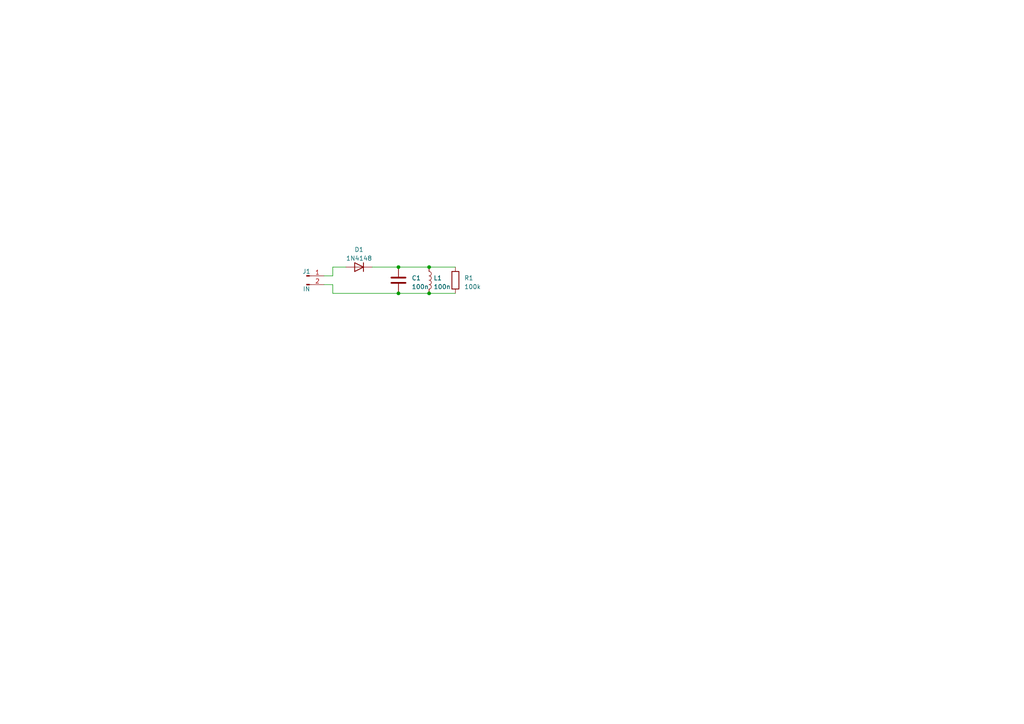
<source format=kicad_sch>
(kicad_sch (version 20230121) (generator eeschema)
  (paper "A4")
  (lib_symbols
    (symbol "Connector:Conn_01x02_Pin" (pin_names (offset 1.016) hide)
      (property "Reference" "J" (at 0 2.54 0))
      (property "Value" "Conn_01x02_Pin" (at 0 -5.08 0))
      (symbol "Conn_01x02_Pin_1_1"
        (polyline (pts (xy 1.27 -2.54) (xy 0.8636 -2.54)) (stroke (width 0.1524)))
        (polyline (pts (xy 1.27 0) (xy 0.8636 0)) (stroke (width 0.1524)))
        (rectangle (start 0.8636 -2.413) (end 0 -2.667) (stroke (width 0.1524)) (fill (type outline)))
        (rectangle (start 0.8636 0.127) (end 0 -0.127) (stroke (width 0.1524)) (fill (type outline)))
        (pin passive line (at 5.08 0 180) (length 3.81) (name "Pin_1") (number "1"))
        (pin passive line (at 5.08 -2.54 180) (length 3.81) (name "Pin_2") (number "2"))
      )
    )
    (symbol "Device:C" (pin_numbers hide) (pin_names (offset 0.254))
      (property "Reference" "C" (at 0.635 2.54 0))
      (property "Value" "C" (at 0.635 -2.54 0))
      (symbol "C_0_1"
        (polyline (pts (xy -2.032 -0.762) (xy 2.032 -0.762)) (stroke (width 0.508)))
        (polyline (pts (xy -2.032 0.762) (xy 2.032 0.762)) (stroke (width 0.508)))
      )
      (symbol "C_1_1"
        (pin passive line (at 0 3.81 270) (length 2.794) (name "~") (number "1"))
        (pin passive line (at 0 -3.81 90) (length 2.794) (name "~") (number "2"))
      )
    )
    (symbol "Device:D" (pin_numbers hide) (pin_names (offset 1.016) hide)
      (property "Reference" "D" (at 0 2.54 0))
      (property "Value" "D" (at 0 -2.54 0))
      (symbol "D_0_1"
        (polyline (pts (xy -1.27 1.27) (xy -1.27 -1.27)) (stroke (width 0.254)))
        (polyline (pts (xy 1.27 0) (xy -1.27 0)))
        (polyline (pts (xy 1.27 1.27) (xy 1.27 -1.27) (xy -1.27 0) (xy 1.27 1.27)) (stroke (width 0.254)))
      )
      (symbol "D_1_1"
        (pin passive line (at -3.81 0 0) (length 2.54) (name "K") (number "1"))
        (pin passive line (at 3.81 0 180) (length 2.54) (name "A") (number "2"))
      )
    )
    (symbol "Device:L" (pin_numbers hide) (pin_names (offset 1.016) hide)
      (property "Reference" "L" (at -1.27 0 90))
      (property "Value" "L" (at 1.905 0 90))
      (symbol "L_0_1"
        (arc (start 0 -2.54) (mid 0.6323 -1.905) (end 0 -1.27))
        (arc (start 0 -1.27) (mid 0.6323 -0.635) (end 0 0))
        (arc (start 0 0) (mid 0.6323 0.635) (end 0 1.27))
        (arc (start 0 1.27) (mid 0.6323 1.905) (end 0 2.54))
      )
      (symbol "L_1_1"
        (pin passive line (at 0 3.81 270) (length 1.27) (name "1") (number "1"))
        (pin passive line (at 0 -3.81 90) (length 1.27) (name "2") (number "2"))
      )
    )
    (symbol "Device:R" (pin_numbers hide) (pin_names (offset 0))
      (property "Reference" "R" (at 2.032 0 90))
      (property "Value" "R" (at 0 0 90))
      (symbol "R_0_1"
        (rectangle (start -1.016 -2.54) (end 1.016 2.54) (stroke (width 0.254)))
      )
      (symbol "R_1_1"
        (pin passive line (at 0 3.81 270) (length 1.27) (name "~") (number "1"))
        (pin passive line (at 0 -3.81 90) (length 1.27) (name "~") (number "2"))
      )
    )
  )
  (junction (at 115.57 77.47))
  (junction (at 115.57 85.09))
  (junction (at 124.46 77.47))
  (junction (at 124.46 85.09))
  (wire (pts (xy 96.52 82.55) (xy 96.52 85.09)))
  (wire (pts (xy 115.57 77.47) (xy 124.46 77.47)))
  (wire (pts (xy 93.98 82.55) (xy 96.52 82.55)))
  (wire (pts (xy 96.52 80.01) (xy 96.52 77.47)))
  (wire (pts (xy 115.57 85.09) (xy 124.46 85.09)))
  (wire (pts (xy 124.46 85.09) (xy 132.08 85.09)))
  (wire (pts (xy 96.52 77.47) (xy 100.33 77.47)))
  (wire (pts (xy 93.98 80.01) (xy 96.52 80.01)))
  (wire (pts (xy 107.95 77.47) (xy 115.57 77.47)))
  (wire (pts (xy 96.52 85.09) (xy 115.57 85.09)))
  (wire (pts (xy 124.46 77.47) (xy 132.08 77.47)))
  (symbol (lib_id "Connector:Conn_01x02_Pin") (at 88.9 80.01 0) (unit 1)
    (property "Reference" "J1" (at 88.9 78.74 0))
    (property "Value" "IN" (at 88.9 83.82 0))
    (property "Footprint" "Connector_PinHeader_2.54mm:PinHeader_1x02_P2.54mm_Horizontal" (effects hide))
  )
  (symbol (lib_id "Device:C") (at 115.57 81.28 0) (unit 1)
    (property "Reference" "C1" (at 119.38 80.645 0) (effects (justify left)))
    (property "Value" "100n" (at 119.38 83.185 0) (effects (justify left)))
    (property "Footprint" "Capacitor_SMD:C_0603_1608Metric_Pad1.08x0.95mm_HandSolder" (effects hide))
    (property "Sim.Device" "C" (effects hide))
    (property "Sim.Pins" "1=+ 2=-" (effects hide))
  )
  (symbol (lib_id "Device:R") (at 132.08 81.28 0) (unit 1)
    (property "Reference" "R1" (at 134.62 80.645 0) (effects (justify left)))
    (property "Value" "100k" (at 134.62 83.185 0) (effects (justify left)))
    (property "Footprint" "Resistor_SMD:R_0603_1608Metric_Pad0.98x0.95mm_HandSolder" (effects hide))
  )
  (symbol (lib_id "Device:D") (at 104.14 77.47 180) (unit 1)
    (property "Reference" "D1" (at 104.14 72.39 0))
    (property "Value" "1N4148" (at 104.14 74.93 0))
    (property "Footprint" "Diode_SMD:D_MicroMELF" (effects hide))
    (property "Sim.Device" "D" (effects hide))
    (property "Sim.Pins" "1=K 2=A" (effects hide))
  )
  (symbol (lib_id "Device:L") (at 124.46 81.28 0) (unit 1)
    (property "Reference" "L1" (at 125.73 80.645 0) (effects (justify left)))
    (property "Value" "100n" (at 125.73 83.185 0) (effects (justify left)))
    (property "Footprint" "Inductor_SMD:L_Bourns-SRN4018" (effects hide))
  )
)
</source>
